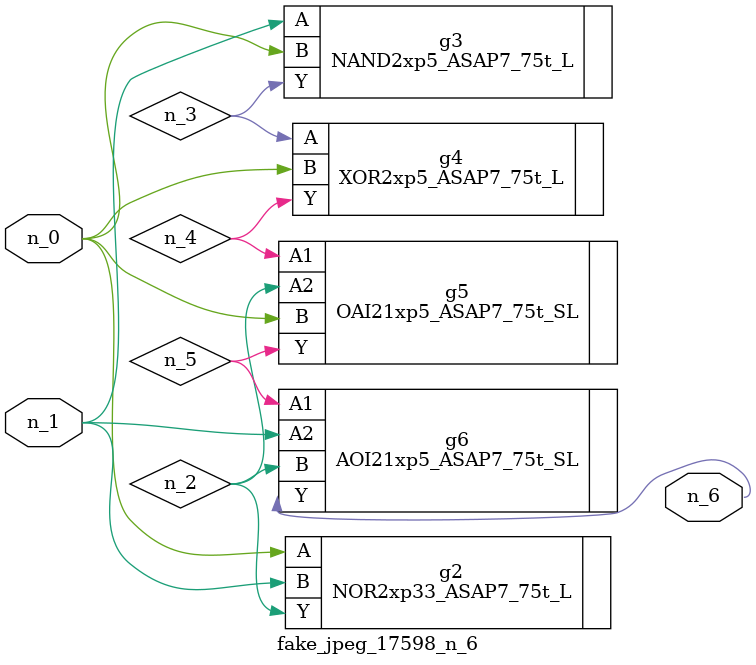
<source format=v>
module fake_jpeg_17598_n_6 (n_0, n_1, n_6);

input n_0;
input n_1;

output n_6;

wire n_2;
wire n_3;
wire n_4;
wire n_5;

NOR2xp33_ASAP7_75t_L g2 ( 
.A(n_0),
.B(n_1),
.Y(n_2)
);

NAND2xp5_ASAP7_75t_L g3 ( 
.A(n_1),
.B(n_0),
.Y(n_3)
);

XOR2xp5_ASAP7_75t_L g4 ( 
.A(n_3),
.B(n_0),
.Y(n_4)
);

OAI21xp5_ASAP7_75t_SL g5 ( 
.A1(n_4),
.A2(n_2),
.B(n_0),
.Y(n_5)
);

AOI21xp5_ASAP7_75t_SL g6 ( 
.A1(n_5),
.A2(n_1),
.B(n_2),
.Y(n_6)
);


endmodule
</source>
